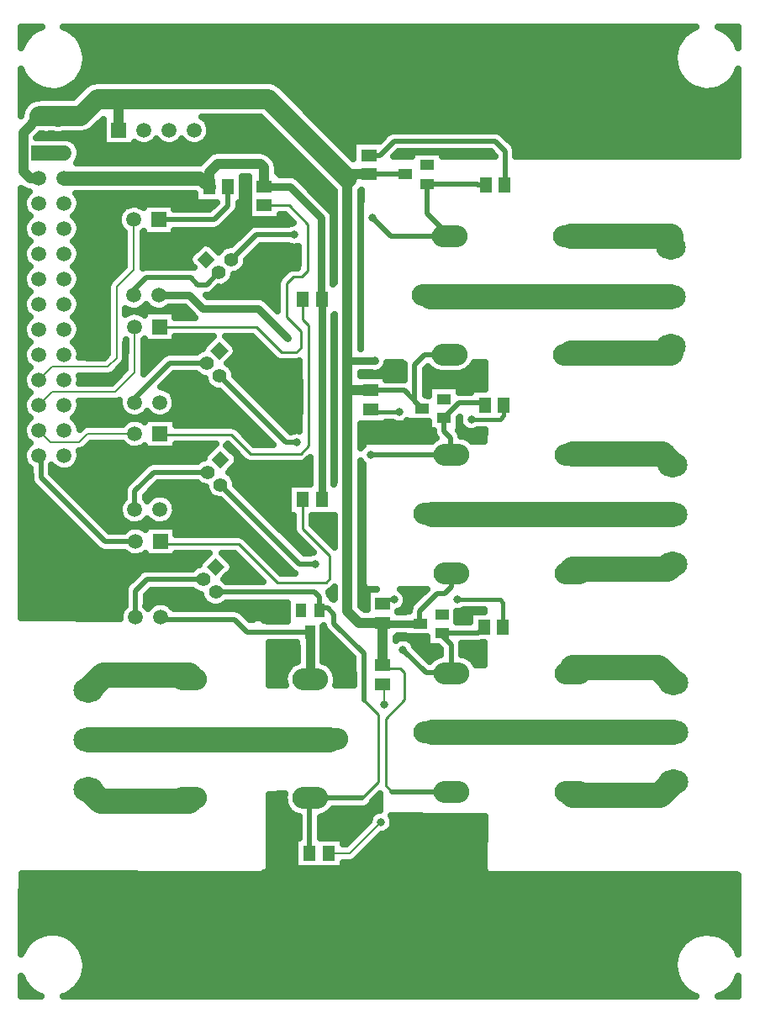
<source format=gbr>
G04 DipTrace 2.4.0.2*
%INTop.gbr*%
%MOMM*%
%ADD10C,0.254*%
%ADD14C,0.203*%
%ADD15C,0.508*%
%ADD16C,1.016*%
%ADD17C,2.032*%
%ADD18C,0.889*%
%ADD19C,0.762*%
%ADD20C,1.524*%
%ADD21C,1.397*%
%ADD23C,1.3*%
%ADD24C,0.381*%
%ADD25C,2.54*%
%ADD26C,0.4*%
%ADD28C,0.635*%
%ADD30O,3.0X2.3*%
%ADD31O,3.6X2.2*%
%ADD32R,1.3X1.5*%
%ADD33R,1.5X1.5*%
%ADD34C,1.5*%
%ADD35R,1.5X1.3*%
%ADD36C,1.5*%
%ADD37R,1.4X1.0*%
%ADD38R,1.0X1.4*%
%ADD39C,0.8*%
%FSLAX53Y53*%
G04*
G71*
G90*
G75*
G01*
%LNTop*%
%LPD*%
X12027Y78940D2*
D14*
Y73893D1*
X10307Y72173D1*
Y65030D1*
X9417Y64140D1*
X3847D1*
X2503Y62797D1*
X12130Y68163D2*
Y63537D1*
X10173Y61580D1*
X3827D1*
X2503Y60257D1*
X12147Y57377D2*
X7387D1*
X6570Y56560D1*
X3660D1*
X2503Y57717D1*
X12210Y46540D2*
D15*
X9113D1*
X2707Y52947D1*
Y54973D1*
X2503Y55177D1*
X41580Y82563D2*
Y79571D1*
X43849Y77302D1*
X47470Y82423D2*
X46703D1*
X46617Y82510D1*
X41527D1*
X41580Y82563D1*
X43849Y77302D2*
X37898D1*
X36087Y79113D1*
X28200Y77410D2*
X24370D1*
X21883Y74923D1*
X2503Y83117D2*
D16*
X1600D1*
X900Y83817D1*
Y87727D1*
X2587Y89413D1*
D17*
X3210D1*
X4457D1*
X5587D1*
X6723D1*
X8433Y91123D1*
X10520D1*
X25540D1*
X33570Y83093D1*
D16*
Y83513D1*
X35713D1*
X5587Y89337D2*
D15*
Y89413D1*
X4433Y89343D2*
D17*
X4457Y89413D1*
X3210Y89357D2*
Y89413D1*
X35877Y61750D2*
D16*
X33570D1*
Y64720D1*
Y83093D1*
X37107Y38353D2*
X34747D1*
X33570Y39530D1*
Y61750D1*
X37123Y34093D2*
Y35430D1*
X37107Y35447D1*
Y38353D1*
X29797Y37437D2*
D18*
Y32657D1*
X29825Y32629D1*
X40863Y38253D2*
D19*
X37207D1*
X37107Y38353D1*
X35713Y83513D2*
D15*
X39380D1*
X35877Y61750D2*
X39267D1*
X41080Y59937D1*
X43849Y65364D2*
X41361D1*
X40347Y64350D1*
Y60670D1*
X41080Y59937D1*
X44059Y43351D2*
Y41969D1*
X43385Y41295D1*
X42608D1*
X40847Y39533D1*
Y38270D1*
X40863Y38253D1*
X44052Y21331D2*
X38066D1*
D10*
X37413Y21983D1*
Y28713D1*
X39327Y30627D1*
Y33360D1*
X38900Y33787D1*
X37430D1*
X37123Y34093D1*
X29797Y37437D2*
D15*
X23490D1*
X22223Y38703D1*
X14967D1*
X14750Y38920D1*
X5587Y89337D2*
X4440D1*
X4433Y89343D1*
X14567Y71320D2*
D19*
X17657D1*
X18963Y70013D1*
X24573D1*
X27513Y67073D1*
X36340Y64720D2*
X33570D1*
X10520Y87973D2*
D16*
Y91123D1*
X2503Y85657D2*
D20*
X5043D1*
X21523Y82240D2*
D15*
Y80343D1*
X20120Y78940D1*
X14567D1*
X47427Y60290D2*
Y60517D1*
X44810D1*
X43280Y58987D1*
Y57677D1*
X43957Y57000D1*
Y55391D1*
X44059Y55289D1*
X35894D1*
X28447Y56500D2*
X27393D1*
X20670Y63223D1*
X12027Y71320D2*
Y71843D1*
X13303Y73120D1*
X17767D1*
X18483Y72403D1*
X19363D1*
X20613Y73653D1*
X5043Y83117D2*
D21*
X18593D1*
D23*
X18670Y83194D1*
X19623Y82240D1*
D16*
Y83717D1*
X20497Y84590D1*
X24783D1*
X25180Y84193D1*
Y82300D1*
X25190Y82290D1*
D19*
X27773D1*
X30950Y79113D1*
Y70950D1*
X30963Y70937D1*
Y50777D1*
X30980Y50760D1*
X43063Y37303D2*
D15*
X42843D1*
X43997Y36150D1*
Y33324D1*
X44052Y33269D1*
X47310Y37910D2*
X47277D1*
X46703Y37337D1*
X43097D1*
X43063Y37303D1*
X44052Y33269D2*
Y33327D1*
X41470D1*
X39153Y35643D1*
X30330Y44273D2*
X28753D1*
X20785Y52242D1*
X29757Y15143D2*
Y20623D1*
X29825Y20691D1*
X35068D1*
D10*
X36693Y22317D1*
Y29083D1*
X35223Y30553D1*
D15*
Y35263D1*
X32197Y38290D1*
Y39220D1*
X31567Y39850D1*
X30960D1*
X30747Y39637D1*
X20290Y41450D2*
X30227D1*
X30730Y40947D1*
Y39653D1*
X30747Y39637D1*
X49327Y60290D2*
D24*
Y59207D1*
X48933Y58813D1*
X46053D1*
X38750Y59570D2*
X36157D1*
X35877Y59850D1*
X25190Y80390D2*
D10*
X27657D1*
X29553Y78493D1*
Y73787D1*
X28943Y73177D1*
X28087D1*
X27433Y72523D1*
Y69147D1*
X28877Y67703D1*
Y66063D1*
X28380Y65567D1*
X26960D1*
X24363Y68163D1*
X14670D1*
X66340Y49273D2*
D25*
X42074D1*
D26*
X42027Y49320D1*
X35713Y85413D2*
D15*
X36863D1*
X38303Y86853D1*
X48410D1*
X49443Y85820D1*
Y82350D1*
X49370Y82423D1*
X66153Y71217D2*
D25*
X41933D1*
D26*
X41817Y71333D1*
X56251Y55289D2*
Y55363D1*
D25*
X65250D1*
X66340Y54273D1*
X56251Y43351D2*
D26*
Y43723D1*
D25*
X65791D1*
X66340Y44273D1*
X56041Y77302D2*
X66153D1*
Y76217D1*
X12130Y60543D2*
D15*
Y60983D1*
X15663Y64517D1*
X19377D1*
X19400Y64493D1*
X49210Y37910D2*
D24*
Y40407D1*
X48947Y40670D1*
X44643D1*
X38270D2*
X37650D1*
X37170Y40190D1*
X37107Y40253D1*
X29063Y70937D2*
D10*
Y68930D1*
X29683Y68310D1*
Y56227D1*
X28843Y55387D1*
X23767D1*
X21880Y57273D1*
X14790D1*
X14687Y57377D1*
X56041Y65364D2*
D26*
Y65543D1*
D25*
X66153D1*
Y66217D1*
X66363Y27330D2*
X42050D1*
D26*
X42020Y27300D1*
X56244Y33269D2*
Y33867D1*
D25*
X64827D1*
X66363Y32330D1*
X56244Y21331D2*
D26*
Y21020D1*
D25*
X65053D1*
X66363Y22330D1*
X12147Y49757D2*
D15*
Y51603D1*
X14055Y53512D1*
X19515D1*
X31657Y15143D2*
D14*
X33813D1*
X36947Y18277D1*
X37297Y30147D2*
Y32020D1*
X37123Y32193D1*
X29080Y50760D2*
D10*
Y47833D1*
X31797Y45117D1*
Y42807D1*
X31380Y42390D1*
X26493D1*
X22597Y46287D1*
X15003D1*
X14750Y46540D1*
X7496Y26604D2*
D25*
X31801D1*
D26*
X31857Y26660D1*
X17633Y20691D2*
Y20373D1*
D25*
X8727D1*
X7496Y21604D1*
X17633Y32629D2*
D26*
Y33110D1*
D25*
X9002D1*
X7496Y31604D1*
X12210Y38920D2*
D15*
Y41550D1*
X13380Y42720D1*
X19020D1*
D39*
X36087Y79113D3*
X28200Y77410D3*
X5587Y89337D3*
D3*
X27513Y67073D3*
X36340Y64720D3*
X35894Y55289D3*
X28447Y56500D3*
X39153Y35643D3*
X30330Y44273D3*
X46053Y58813D3*
X38750Y59570D3*
X44643Y40670D3*
X38270D3*
X36947Y18277D3*
X37297Y30147D3*
X4433Y89343D3*
X3210Y89357D3*
X787Y97704D2*
D28*
X1618D1*
X6101D2*
X67559D1*
X72051D2*
X72877D1*
X787Y97073D2*
X1052D1*
X6666D2*
X66993D1*
X72607D2*
X72881D1*
X7003Y96441D2*
X66656D1*
X7192Y95809D2*
X66477D1*
X7242Y95178D2*
X66418D1*
X7182Y94546D2*
X66487D1*
X6984Y93914D2*
X66676D1*
X787Y93283D2*
X1082D1*
X6636D2*
X67033D1*
X72577D2*
X72872D1*
X787Y92651D2*
X1667D1*
X6051D2*
X7392D1*
X26589D2*
X67608D1*
X71992D2*
X72877D1*
X787Y92019D2*
X2838D1*
X4880D2*
X6698D1*
X27274D2*
X68789D1*
X70821D2*
X72877D1*
X787Y91388D2*
X6063D1*
X27909D2*
X72877D1*
X787Y90756D2*
X1300D1*
X28534D2*
X72877D1*
X29169Y90124D2*
X72877D1*
X29804Y89493D2*
X72877D1*
X19475Y88861D2*
X25172D1*
X30429D2*
X72877D1*
X8174Y88229D2*
X8910D1*
X19733D2*
X25807D1*
X31064D2*
X72877D1*
X6815Y87598D2*
X8910D1*
X19703D2*
X26432D1*
X31699D2*
X37495D1*
X49221D2*
X72877D1*
X5962Y86966D2*
X8910D1*
X19386D2*
X27067D1*
X32324D2*
X36860D1*
X49846D2*
X72877D1*
X6517Y86334D2*
X27702D1*
X32959D2*
X34102D1*
X50422D2*
X72877D1*
X6666Y85703D2*
X19745D1*
X25538D2*
X28328D1*
X33594D2*
X34102D1*
X38704D2*
X40016D1*
X43139D2*
X48003D1*
X50560D2*
X72877D1*
X6557Y85071D2*
X19061D1*
X26212D2*
X28963D1*
X26530Y84439D2*
X29588D1*
X26550Y83808D2*
X30223D1*
X23037Y83176D2*
X23575D1*
X28613D2*
X30858D1*
X23037Y82544D2*
X23575D1*
X29248D2*
X31483D1*
X787Y81913D2*
X1023D1*
X23037D2*
X23575D1*
X29883D2*
X32118D1*
X787Y81281D2*
X1062D1*
X6488D2*
X18108D1*
X23037D2*
X23575D1*
X30518D2*
X32197D1*
X6656Y80649D2*
X20271D1*
X22640D2*
X23575D1*
X31143D2*
X32197D1*
X787Y80018D2*
X993D1*
X6557D2*
X10845D1*
X16181D2*
X19646D1*
X22591D2*
X23575D1*
X31778D2*
X32197D1*
X787Y79386D2*
X1449D1*
X6101D2*
X10478D1*
X22124D2*
X23575D1*
X26808D2*
X27286D1*
X787Y78754D2*
X1062D1*
X6478D2*
X10428D1*
X21489D2*
X27921D1*
X6656Y78123D2*
X10647D1*
X20844D2*
X23525D1*
X787Y77491D2*
X993D1*
X6557D2*
X11063D1*
X16181D2*
X22900D1*
X787Y76859D2*
X1429D1*
X6110D2*
X11063D1*
X12996D2*
X22265D1*
X787Y76228D2*
X1072D1*
X6478D2*
X11063D1*
X12996D2*
X18555D1*
X20130D2*
X21085D1*
X24744D2*
X27931D1*
X6656Y75596D2*
X11063D1*
X12996D2*
X17920D1*
X24109D2*
X28566D1*
X787Y74964D2*
X983D1*
X6567D2*
X11063D1*
X12996D2*
X17582D1*
X23474D2*
X28566D1*
X787Y74333D2*
X1419D1*
X6130D2*
X11063D1*
X12996D2*
X17840D1*
X23325D2*
X28566D1*
X787Y73701D2*
X1082D1*
X6468D2*
X10498D1*
X22819D2*
X27236D1*
X6656Y73069D2*
X9863D1*
X22055D2*
X26621D1*
X787Y72438D2*
X983D1*
X6567D2*
X9377D1*
X21559D2*
X26442D1*
X787Y71806D2*
X1400D1*
X6140D2*
X9337D1*
X20319D2*
X26442D1*
X787Y71174D2*
X1092D1*
X6458D2*
X9337D1*
X24853D2*
X26442D1*
X6656Y70543D2*
X9337D1*
X25776D2*
X26442D1*
X6567Y69911D2*
X9337D1*
X12738D2*
X13861D1*
X15278D2*
X17334D1*
X787Y69279D2*
X1390D1*
X6160D2*
X9337D1*
X16280D2*
X17959D1*
X787Y68648D2*
X1092D1*
X6448D2*
X9337D1*
X6646Y68016D2*
X9337D1*
X6577Y67384D2*
X9337D1*
X787Y66753D2*
X1370D1*
X6170D2*
X9337D1*
X16280D2*
X19567D1*
X21777D2*
X24398D1*
X787Y66121D2*
X1102D1*
X6448D2*
X9337D1*
X13095D2*
X18991D1*
X22353D2*
X25033D1*
X6646Y65489D2*
X9337D1*
X13095D2*
X15191D1*
X22382D2*
X25659D1*
X13095Y64858D2*
X14447D1*
X21857D2*
X26303D1*
X787Y64226D2*
X1360D1*
X10843D2*
X11163D1*
X13095D2*
X13822D1*
X21847D2*
X28695D1*
X37493D2*
X39232D1*
X46135D2*
X47358D1*
X787Y63594D2*
X1112D1*
X10208D2*
X10845D1*
X22184D2*
X28695D1*
X36819D2*
X39232D1*
X41462D2*
X42397D1*
X45302D2*
X47348D1*
X6646Y62963D2*
X10220D1*
X15665D2*
X19130D1*
X22482D2*
X28695D1*
X37493D2*
X39232D1*
X41462D2*
X47348D1*
X15030Y62331D2*
X19398D1*
X23117D2*
X28695D1*
X41462D2*
X47348D1*
X787Y61699D2*
X1350D1*
X15764D2*
X20638D1*
X23752D2*
X28695D1*
X41462D2*
X41720D1*
X44845D2*
X45909D1*
X787Y61068D2*
X1122D1*
X16191D2*
X21273D1*
X24377D2*
X28695D1*
X6646Y60436D2*
X10518D1*
X16280D2*
X21908D1*
X25012D2*
X28695D1*
X6587Y59804D2*
X10706D1*
X16092D2*
X22533D1*
X25647D2*
X28695D1*
X787Y59173D2*
X1330D1*
X6210D2*
X11341D1*
X12917D2*
X13881D1*
X15457D2*
X23168D1*
X26272D2*
X28695D1*
X787Y58541D2*
X1132D1*
X6418D2*
X11063D1*
X16300D2*
X23803D1*
X26907D2*
X28695D1*
X37493D2*
X38071D1*
X39428D2*
X41712D1*
X22620Y57909D2*
X24428D1*
X27542D2*
X28695D1*
X34943D2*
X41712D1*
X44845D2*
X45205D1*
X23246Y57278D2*
X25063D1*
X34943D2*
X42238D1*
X45034D2*
X47318D1*
X787Y56646D2*
X1320D1*
X23881D2*
X25698D1*
X34943D2*
X35521D1*
X787Y56014D2*
X1132D1*
X7361D2*
X11341D1*
X16300D2*
X19924D1*
X6646Y55383D2*
X19289D1*
X6597Y54751D2*
X18604D1*
X22551D2*
X23029D1*
X787Y54119D2*
X1310D1*
X6239D2*
X13107D1*
X22214D2*
X29717D1*
X787Y53488D2*
X1588D1*
X3828D2*
X12472D1*
X21688D2*
X29717D1*
X787Y52856D2*
X1598D1*
X4354D2*
X11847D1*
X22214D2*
X29717D1*
X787Y52224D2*
X1876D1*
X4979D2*
X11232D1*
X14326D2*
X18683D1*
X22353D2*
X27564D1*
X787Y51593D2*
X2511D1*
X5614D2*
X11034D1*
X13691D2*
X19368D1*
X22988D2*
X27564D1*
X787Y50961D2*
X3136D1*
X6249D2*
X11034D1*
X13264D2*
X13653D1*
X15725D2*
X19944D1*
X23623D2*
X27564D1*
X787Y50329D2*
X3771D1*
X6874D2*
X10647D1*
X16191D2*
X21144D1*
X24248D2*
X27564D1*
X787Y49698D2*
X4406D1*
X7509D2*
X10538D1*
X16300D2*
X21779D1*
X24883D2*
X27564D1*
X787Y49066D2*
X5031D1*
X8144D2*
X10696D1*
X16142D2*
X22404D1*
X25518D2*
X28089D1*
X30072D2*
X32197D1*
X787Y48434D2*
X5666D1*
X8770D2*
X11272D1*
X13016D2*
X13812D1*
X15556D2*
X23039D1*
X26143D2*
X28089D1*
X30072D2*
X32197D1*
X787Y47803D2*
X6301D1*
X9405D2*
X11252D1*
X16360D2*
X23674D1*
X26778D2*
X28089D1*
X30489D2*
X32197D1*
X787Y47171D2*
X6926D1*
X22938D2*
X24299D1*
X27413D2*
X28367D1*
X31114D2*
X32197D1*
X787Y46539D2*
X7561D1*
X23722D2*
X24934D1*
X28038D2*
X29002D1*
X31749D2*
X32197D1*
X787Y45908D2*
X8196D1*
X24347D2*
X25569D1*
X28673D2*
X29627D1*
X787Y45276D2*
X11252D1*
X16360D2*
X19477D1*
X21102D2*
X22236D1*
X24982D2*
X26194D1*
X787Y44644D2*
X18852D1*
X21728D2*
X22861D1*
X25617D2*
X26829D1*
X787Y44013D2*
X18197D1*
X22055D2*
X23496D1*
X26242D2*
X27464D1*
X787Y43381D2*
X12492D1*
X21777D2*
X24131D1*
X26877D2*
X28129D1*
X787Y42749D2*
X11857D1*
X21142D2*
X24756D1*
X787Y42118D2*
X11262D1*
X787Y41486D2*
X11093D1*
X13701D2*
X18108D1*
X31699D2*
X32197D1*
X34943D2*
X35491D1*
X39210D2*
X41246D1*
X787Y40854D2*
X11093D1*
X13324D2*
X18852D1*
X34943D2*
X35491D1*
X39517D2*
X40611D1*
X787Y40223D2*
X11093D1*
X13324D2*
X13852D1*
X15655D2*
X19368D1*
X21212D2*
X27484D1*
X34943D2*
X35491D1*
X39448D2*
X39986D1*
X787Y39591D2*
X10746D1*
X22859D2*
X27484D1*
X38863D2*
X39728D1*
X45232D2*
X47308D1*
X787Y38959D2*
X10597D1*
X23523D2*
X27484D1*
X44627D2*
X45800D1*
X31163Y37064D2*
X31870D1*
X38724D2*
X39301D1*
X31163Y36433D2*
X32505D1*
X40123D2*
X41504D1*
X25746Y35801D2*
X28486D1*
X31104D2*
X33130D1*
X40549D2*
X42794D1*
X45113D2*
X47308D1*
X25736Y35169D2*
X28486D1*
X31104D2*
X33765D1*
X41184D2*
X42883D1*
X45113D2*
X47308D1*
X25736Y34538D2*
X28486D1*
X31104D2*
X34102D1*
X46225D2*
X47308D1*
X25726Y33906D2*
X27653D1*
X31997D2*
X34102D1*
X25716Y33274D2*
X27276D1*
X32374D2*
X34102D1*
X25716Y32643D2*
X27157D1*
X32493D2*
X34102D1*
X25756Y20641D2*
X27167D1*
X36392D2*
X36809D1*
X25746Y20009D2*
X27286D1*
X35936D2*
X36811D1*
X25746Y19378D2*
X27693D1*
X31957D2*
X36404D1*
X25736Y18746D2*
X28635D1*
X30875D2*
X35779D1*
X38118D2*
X47358D1*
X25736Y18114D2*
X28635D1*
X30875D2*
X35442D1*
X38198D2*
X47348D1*
X25726Y17483D2*
X28635D1*
X30875D2*
X34816D1*
X37910D2*
X47348D1*
X25726Y16851D2*
X28635D1*
X30875D2*
X34181D1*
X36858D2*
X47338D1*
X25726Y16219D2*
X28248D1*
X33167D2*
X33546D1*
X36223D2*
X47328D1*
X25716Y15588D2*
X28248D1*
X35598D2*
X47328D1*
X25716Y14956D2*
X28248D1*
X34963D2*
X47318D1*
X25706Y14324D2*
X28248D1*
X34249D2*
X47318D1*
X25706Y13693D2*
X28248D1*
X33167D2*
X47308D1*
X787Y13061D2*
X8404D1*
X25051D2*
X47765D1*
X787Y12429D2*
X72877D1*
X787Y11798D2*
X72877D1*
X787Y11166D2*
X72877D1*
X787Y10534D2*
X72877D1*
X787Y9903D2*
X72877D1*
X787Y9271D2*
X72877D1*
X787Y8639D2*
X72877D1*
X787Y8008D2*
X72877D1*
X787Y7376D2*
X72877D1*
X787Y6744D2*
X2154D1*
X5565D2*
X68104D1*
X71506D2*
X72877D1*
X787Y6113D2*
X1360D1*
X6359D2*
X67301D1*
X72299D2*
X72877D1*
X6815Y5481D2*
X66844D1*
X7093Y4849D2*
X66566D1*
X7222Y4218D2*
X66437D1*
X7232Y3586D2*
X66428D1*
X7113Y2954D2*
X66547D1*
X6865Y2323D2*
X66795D1*
X787Y1691D2*
X1281D1*
X6438D2*
X67221D1*
X72379D2*
X72877D1*
X787Y1059D2*
X2005D1*
X5704D2*
X67956D1*
X71654D2*
X72877D1*
X72940Y94120D2*
X72752Y93673D1*
X72408Y93140D1*
X71969Y92683D1*
X71451Y92317D1*
X70873Y92056D1*
X70256Y91910D1*
X69622Y91884D1*
X68995Y91979D1*
X68398Y92192D1*
X67852Y92513D1*
X67377Y92933D1*
X66990Y93436D1*
X66706Y94003D1*
X66535Y94613D1*
X66483Y95245D1*
X66552Y95875D1*
X66739Y96481D1*
X67039Y97040D1*
X67439Y97532D1*
X67925Y97939D1*
X68480Y98246D1*
X68711Y98334D1*
X4941Y98336D1*
X5306Y98190D1*
X5847Y97860D1*
X6317Y97434D1*
X6697Y96926D1*
X6973Y96356D1*
X7136Y95743D1*
X7181Y95200D1*
X7120Y94569D1*
X6941Y93961D1*
X6649Y93398D1*
X6256Y92901D1*
X5775Y92487D1*
X5224Y92173D1*
X4624Y91968D1*
X3996Y91882D1*
X3363Y91917D1*
X2748Y92071D1*
X2173Y92339D1*
X1660Y92712D1*
X1228Y93175D1*
X891Y93712D1*
X722Y94125D1*
X724Y89396D1*
X882Y90040D1*
X1017Y90327D1*
X1200Y90586D1*
X1425Y90809D1*
X1686Y90990D1*
X1974Y91123D1*
X2280Y91203D1*
X2904Y91229D1*
X5974D1*
X7149Y92408D1*
X7392Y92611D1*
X7667Y92770D1*
X7965Y92878D1*
X8433Y92939D1*
X25540D1*
X25856Y92912D1*
X26162Y92830D1*
X26449Y92695D1*
X26824Y92408D1*
X34170Y85062D1*
X34163Y86863D1*
X36832D1*
X37558Y87599D1*
X37813Y87786D1*
X38167Y87899D1*
X39573Y87907D1*
X48410D1*
X48723Y87860D1*
X49053Y87689D1*
X50189Y86565D1*
X50376Y86311D1*
X50489Y85956D1*
X50497Y85294D1*
X52317Y85306D1*
X72944Y85335D1*
X72936Y87401D1*
Y94099D1*
X70891Y98335D2*
X71249Y98190D1*
X71791Y97861D1*
X72260Y97434D1*
X72640Y96927D1*
X72917Y96356D1*
X72938Y96290D1*
X72936Y98336D1*
X70902D1*
X72939Y2777D2*
X72752Y2329D1*
X72407Y1797D1*
X71968Y1339D1*
X71450Y974D1*
X70900Y724D1*
X72936D1*
Y2758D1*
X68701Y725D2*
X68398Y848D1*
X67851Y1170D1*
X67376Y1590D1*
X66990Y2093D1*
X66706Y2659D1*
X66534Y3270D1*
X66482Y3902D1*
X66552Y4532D1*
X66739Y5138D1*
X67038Y5697D1*
X67438Y6189D1*
X67925Y6596D1*
X68479Y6903D1*
X69082Y7099D1*
X69711Y7177D1*
X70344Y7133D1*
X70957Y6971D1*
X71528Y6695D1*
X72036Y6315D1*
X72462Y5846D1*
X72792Y5305D1*
X72937Y4947D1*
X72936Y12977D1*
X72772Y13054D1*
X47917D1*
X47617Y13144D1*
X47414Y13393D1*
X47371Y13605D1*
X47419Y18873D1*
X44471Y18901D1*
X37913Y18978D1*
X38021Y18812D1*
X38123Y18513D1*
X38147Y18277D1*
X38105Y17963D1*
X37983Y17671D1*
X37788Y17421D1*
X37535Y17231D1*
X37241Y17113D1*
X37035Y17089D1*
X34451Y14506D1*
X34192Y14325D1*
X33813Y14242D1*
X33109D1*
X33107Y13593D1*
X30207Y13603D1*
X29937Y13593D1*
X28307D1*
Y16693D1*
X28694D1*
X28703Y17683D1*
Y18844D1*
X28325Y18967D1*
X28050Y19124D1*
X27804Y19325D1*
X27595Y19564D1*
X27429Y19834D1*
X27310Y20128D1*
X27242Y20437D1*
X27226Y20754D1*
X27282Y21136D1*
X25692Y21106D1*
X25639Y13723D1*
X25547Y13423D1*
X25297Y13223D1*
X25150Y13178D1*
X24879Y13022D1*
X24434Y13008D1*
X731Y13086D1*
X724Y10071D1*
Y4961D1*
X929Y5425D1*
X1280Y5953D1*
X1725Y6404D1*
X2248Y6763D1*
X2830Y7015D1*
X3449Y7153D1*
X4082Y7170D1*
X4708Y7067D1*
X5303Y6847D1*
X5844Y6518D1*
X6314Y6091D1*
X6694Y5584D1*
X6970Y5013D1*
X7133Y4400D1*
X7178Y3857D1*
X7117Y3226D1*
X6938Y2618D1*
X6646Y2055D1*
X6253Y1558D1*
X5772Y1144D1*
X5221Y830D1*
X4954Y724D1*
X68699D1*
X2754Y725D2*
X2451Y849D1*
X1905Y1170D1*
X1430Y1590D1*
X1043Y2093D1*
X759Y2660D1*
X725Y2763D1*
X724Y724D1*
X2758D1*
X725Y96285D2*
X932Y96767D1*
X1283Y97295D1*
X1728Y97747D1*
X2251Y98105D1*
X2768Y98333D1*
X724Y98336D1*
Y96282D1*
X43147Y63471D2*
X42959Y63474D1*
X42647Y63532D1*
X42349Y63641D1*
X42074Y63798D1*
X41828Y63998D1*
X41657Y64170D1*
X41398Y63910D1*
X41401Y61244D1*
X41773Y61237D1*
X41780Y62187D1*
X44780D1*
Y61562D1*
X45762Y61571D1*
X45971D1*
X45977Y61840D1*
X47395D1*
X47419Y64371D1*
X47421Y64600D1*
X46293Y64597D1*
X46040Y64187D1*
X45823Y63955D1*
X45571Y63763D1*
X45291Y63615D1*
X44989Y63516D1*
X44547Y63471D1*
X43149Y63464D1*
Y63474D1*
X42055Y56663D2*
X42390Y56924D1*
X42488Y56971D1*
X42347Y57186D1*
X42235Y57540D1*
X42226Y57687D1*
X41780D1*
Y58629D1*
X39580Y58637D1*
Y58706D1*
X39339Y58524D1*
X39045Y58407D1*
X38730Y58370D1*
X38417Y58417D1*
X38089Y58575D1*
X37430Y58579D1*
X37427Y58400D1*
X34877D1*
X34879Y55929D1*
X35082Y56172D1*
X35171Y56235D1*
X35244Y56413D1*
X35493Y56616D1*
X35700Y56659D1*
X42040D1*
X45002Y57173D2*
X45321Y57104D1*
X45615Y56985D1*
X45885Y56819D1*
X46072Y56656D1*
X47378Y56659D1*
X47381Y57813D1*
X46721Y57823D1*
X46642Y57767D1*
X46348Y57650D1*
X46033Y57613D1*
X45720Y57660D1*
X45430Y57788D1*
X45184Y57986D1*
X44998Y58242D1*
X44885Y58538D1*
X44854Y58853D1*
X44882Y59098D1*
X44777Y58993D1*
X44780Y57687D1*
X44750D1*
X44890Y57491D1*
X44993Y57182D1*
X44917Y57431D1*
X41861Y34439D2*
X42125Y34720D1*
X42383Y34904D1*
X42669Y35042D1*
X42945Y35123D1*
X42943Y35716D1*
X42655Y36001D1*
X41563Y36003D1*
Y36946D1*
X39363Y36953D1*
Y37082D1*
X38651Y37072D1*
X38657Y36903D1*
X38409D1*
X38415Y36597D1*
X38600Y36708D1*
X38897Y36816D1*
X39213Y36842D1*
X39524Y36785D1*
X39810Y36648D1*
X40050Y36441D1*
X40227Y36179D1*
X40288Y36001D1*
X41856Y34431D1*
X45053Y35142D2*
X45314Y35084D1*
X45608Y34965D1*
X45879Y34799D1*
X46117Y34590D1*
X46318Y34345D1*
X46451Y34112D1*
X47375Y34094D1*
X47371Y36368D1*
X47103Y36360D1*
X46840Y36291D1*
X45433Y36283D1*
X45046D1*
X45051Y35148D1*
X27314Y32057D2*
X27242Y32375D1*
X27226Y32692D1*
X27263Y33007D1*
X27351Y33312D1*
X27490Y33597D1*
X27673Y33855D1*
X27898Y34080D1*
X28156Y34264D1*
X28546Y34433D1*
X28552Y35941D1*
X28497Y35937D1*
Y36383D1*
X25679D1*
X25657Y33312D1*
X25645Y32072D1*
X27306Y32063D1*
X32398Y32313D2*
X32332Y32054D1*
X34172Y32063D1*
X34169Y34830D1*
X31451Y37545D1*
X31264Y37799D1*
X31160Y38108D1*
X31097Y37984D1*
Y35937D1*
X31047D1*
X31041Y34450D1*
X31381Y34325D1*
X31651Y34159D1*
X31890Y33950D1*
X32091Y33705D1*
X32248Y33429D1*
X32357Y33132D1*
X32415Y32820D1*
X32425Y32629D1*
X32398Y32313D1*
X32098Y19637D2*
X32016Y19513D1*
X31799Y19282D1*
X31547Y19089D1*
X31267Y18942D1*
X30965Y18843D1*
X30818Y18820D1*
X30811Y16813D1*
Y16684D1*
X31477Y16693D1*
X33107D1*
Y16049D1*
X33433Y16045D1*
X35751Y18356D1*
X35799Y18629D1*
X35931Y18916D1*
X36134Y19160D1*
X36393Y19341D1*
X36691Y19449D1*
X36878Y19465D1*
X36874Y21187D1*
X36079Y20391D1*
X35973Y20151D1*
X35772Y19907D1*
X35508Y19733D1*
X35204Y19646D1*
X33798Y19637D1*
X32101D1*
X46177Y39460D2*
X47378D1*
X47359Y39679D1*
X45325D1*
X44938Y39507D1*
X44555Y39480D1*
X44563Y38390D1*
X45865Y38391D1*
X45860Y39460D1*
X46177D1*
X13334Y80490D2*
X16117D1*
Y79984D1*
X16789Y79994D1*
X19676D1*
X20378Y80689D1*
X18173Y80690D1*
Y81613D1*
X11290Y81618D1*
X6201D1*
X6366Y81384D1*
X6503Y81098D1*
X6579Y80791D1*
X6593Y80577D1*
X6561Y80261D1*
X6465Y79959D1*
X6310Y79683D1*
X6102Y79444D1*
X5935Y79304D1*
X6174Y79097D1*
X6366Y78844D1*
X6503Y78558D1*
X6579Y78251D1*
X6593Y78037D1*
X6561Y77721D1*
X6465Y77419D1*
X6310Y77143D1*
X6102Y76904D1*
X5935Y76764D1*
X6174Y76557D1*
X6366Y76304D1*
X6503Y76018D1*
X6579Y75711D1*
X6593Y75497D1*
X6561Y75181D1*
X6465Y74879D1*
X6310Y74603D1*
X6102Y74364D1*
X5935Y74224D1*
X6174Y74017D1*
X6366Y73764D1*
X6503Y73478D1*
X6579Y73171D1*
X6593Y72957D1*
X6561Y72641D1*
X6465Y72339D1*
X6310Y72063D1*
X6102Y71824D1*
X5935Y71684D1*
X6174Y71477D1*
X6366Y71224D1*
X6503Y70938D1*
X6579Y70631D1*
X6593Y70417D1*
X6561Y70101D1*
X6465Y69799D1*
X6310Y69523D1*
X6102Y69284D1*
X5935Y69144D1*
X6174Y68937D1*
X6366Y68684D1*
X6503Y68398D1*
X6579Y68091D1*
X6593Y67877D1*
X6561Y67561D1*
X6465Y67259D1*
X6310Y66983D1*
X6102Y66744D1*
X5935Y66604D1*
X6174Y66397D1*
X6366Y66144D1*
X6503Y65858D1*
X6579Y65551D1*
X6593Y65337D1*
X6564Y65051D1*
X7974Y65042D1*
X9036D1*
X9403Y65402D1*
X9405Y72173D1*
X9460Y72484D1*
X9669Y72811D1*
X11121Y74263D1*
X11125Y77674D1*
X10825Y77961D1*
X10651Y78226D1*
X10534Y78521D1*
X10480Y78833D1*
X10491Y79150D1*
X10566Y79458D1*
X10701Y79744D1*
X10893Y79997D1*
X11131Y80205D1*
X11407Y80361D1*
X11709Y80457D1*
X12024Y80490D1*
X12340Y80458D1*
X12642Y80363D1*
X12919Y80208D1*
X13016Y80123D1*
X13017Y80490D1*
X13334D1*
X16117Y77881D2*
Y77390D1*
X13017D1*
Y77757D1*
X12928Y77670D1*
Y74098D1*
X13167Y74165D1*
X14573Y74174D1*
X17767D1*
X18104Y74131D1*
X17878Y74358D1*
X17703Y74620D1*
X17643Y74930D1*
X17708Y75239D1*
X17878Y75489D1*
X18778Y76389D1*
X19040Y76564D1*
X19350Y76623D1*
X19659Y76559D1*
X19909Y76389D1*
X20586Y75709D1*
X20927Y76079D1*
X21191Y76254D1*
X21487Y76370D1*
X21888Y76417D1*
X23625Y78155D1*
X23879Y78343D1*
X24234Y78455D1*
X25640Y78464D1*
X27646Y78475D1*
X27944Y78583D1*
X28131Y78598D1*
X27277Y79458D1*
X26734Y79463D1*
X26740Y78940D1*
X23640D1*
X23650Y81840D1*
X23640Y82110D1*
Y83291D1*
X22968Y83282D1*
X22973Y80690D1*
X22586D1*
X22577Y80343D1*
X22530Y80031D1*
X22359Y79701D1*
X21371Y78700D1*
X20865Y78195D1*
X20611Y78007D1*
X20256Y77895D1*
X18850Y77886D1*
X16121D1*
X13298Y70435D2*
X13085Y70187D1*
X12832Y69996D1*
X12546Y69860D1*
X12238Y69784D1*
X11922Y69773D1*
X11609Y69827D1*
X11314Y69943D1*
X11207Y70014D1*
X11208Y69405D1*
X11511Y69584D1*
X11813Y69681D1*
X12128Y69713D1*
X12443Y69681D1*
X12745Y69586D1*
X13022Y69431D1*
X13119Y69347D1*
X13120Y69713D1*
X16220D1*
Y69088D1*
X18232Y69090D1*
X17679Y69627D1*
X17167Y70139D1*
X15563D1*
X15372Y69996D1*
X15086Y69860D1*
X14778Y69784D1*
X14462Y69773D1*
X14149Y69827D1*
X13854Y69943D1*
X13589Y70117D1*
X13365Y70341D1*
X13305Y70432D1*
X16220Y67243D2*
Y66613D1*
X13120D1*
Y66980D1*
X13032Y66893D1*
X13024Y63429D1*
X13181Y63525D1*
X14918Y65262D1*
X15173Y65450D1*
X15527Y65562D1*
X16933Y65571D1*
X18352D1*
X18708Y65824D1*
X18994Y65936D1*
X19035Y66079D1*
X19204Y66329D1*
X20112Y67235D1*
X16217Y67236D1*
X13401Y59658D2*
X13188Y59411D1*
X12936Y59219D1*
X12650Y59083D1*
X12342Y59008D1*
X12025Y58997D1*
X11713Y59050D1*
X11418Y59167D1*
X11153Y59340D1*
X10928Y59564D1*
X10754Y59829D1*
X10638Y60124D1*
X10584Y60436D1*
X10601Y60782D1*
X10237Y60682D1*
X6532Y60678D1*
X6579Y60471D1*
X6593Y60257D1*
X6561Y59941D1*
X6465Y59639D1*
X6310Y59363D1*
X6102Y59124D1*
X5935Y58984D1*
X6174Y58777D1*
X6366Y58524D1*
X6503Y58238D1*
X6585Y57844D1*
X6749Y58014D1*
X7008Y58195D1*
X7387Y58278D1*
X10889D1*
X11013Y58433D1*
X11251Y58642D1*
X11527Y58798D1*
X11829Y58894D1*
X12144Y58927D1*
X12460Y58895D1*
X12762Y58799D1*
X13039Y58644D1*
X13136Y58560D1*
X13137Y58927D1*
X16237D1*
Y58202D1*
X21880Y58200D1*
X22191Y58147D1*
X22495Y57967D1*
X24156Y56308D1*
X26098Y56314D1*
X23729Y58673D1*
X20678Y61725D1*
X20487Y61734D1*
X20178Y61806D1*
X19891Y61941D1*
X19639Y62133D1*
X19433Y62374D1*
X19283Y62653D1*
X19190Y63006D1*
X18908Y63076D1*
X18621Y63211D1*
X18324Y63456D1*
X16093Y63463D1*
X14732Y62095D1*
X14983Y62061D1*
X15285Y61966D1*
X15562Y61811D1*
X15801Y61603D1*
X15993Y61351D1*
X16130Y61065D1*
X16205Y60757D1*
X16220Y60543D1*
X16188Y60228D1*
X16092Y59926D1*
X15937Y59650D1*
X15728Y59411D1*
X15476Y59219D1*
X15190Y59083D1*
X14882Y59008D1*
X14565Y58997D1*
X14253Y59050D1*
X13958Y59167D1*
X13693Y59340D1*
X13468Y59564D1*
X13408Y59655D1*
X16237Y56337D2*
Y55827D1*
X13137D1*
Y56194D1*
X12952Y56052D1*
X12666Y55916D1*
X12358Y55841D1*
X12042Y55830D1*
X11729Y55884D1*
X11434Y56000D1*
X11169Y56174D1*
X10896Y56472D1*
X7751Y56475D1*
X7208Y55922D1*
X6949Y55742D1*
X6570Y55658D1*
X6520D1*
X6579Y55391D1*
X6593Y55177D1*
X6561Y54861D1*
X6465Y54559D1*
X6310Y54283D1*
X6102Y54044D1*
X5849Y53852D1*
X5563Y53716D1*
X5255Y53641D1*
X4938Y53630D1*
X4626Y53684D1*
X4331Y53800D1*
X4066Y53974D1*
X3842Y54198D1*
X3770Y54283D1*
X3761Y53376D1*
X8840Y48304D1*
X9549Y47595D1*
X11076Y47597D1*
X11315Y47805D1*
X11591Y47961D1*
X11893Y48057D1*
X12208Y48090D1*
X12523Y48058D1*
X12825Y47963D1*
X13102Y47808D1*
X13199Y47723D1*
X13200Y48090D1*
X16300D1*
Y47207D1*
X20718Y47214D1*
X22597D1*
X22908Y47160D1*
X23212Y46980D1*
X26879Y43315D1*
X28309Y43317D1*
X28111Y43438D1*
X27110Y44426D1*
X20789Y50747D1*
X20602Y50753D1*
X20293Y50825D1*
X20006Y50959D1*
X19754Y51152D1*
X19548Y51392D1*
X19398Y51671D1*
X19305Y52025D1*
X19023Y52095D1*
X18736Y52229D1*
X18452Y52459D1*
X14485Y52458D1*
X13194Y51160D1*
X13201Y50899D1*
X13416Y50635D1*
X13553Y50813D1*
X13791Y51022D1*
X14067Y51178D1*
X14369Y51274D1*
X14684Y51307D1*
X15000Y51275D1*
X15302Y51179D1*
X15579Y51024D1*
X15818Y50817D1*
X16010Y50564D1*
X16146Y50278D1*
X16222Y49971D1*
X16237Y49757D1*
X16204Y49441D1*
X16109Y49139D1*
X15953Y48863D1*
X15745Y48624D1*
X15492Y48432D1*
X15206Y48296D1*
X14898Y48221D1*
X14582Y48210D1*
X14269Y48264D1*
X13974Y48380D1*
X13709Y48554D1*
X13485Y48778D1*
X13413Y48863D1*
X13205Y48624D1*
X12952Y48432D1*
X12666Y48296D1*
X12358Y48221D1*
X12042Y48210D1*
X11729Y48264D1*
X11434Y48380D1*
X11169Y48554D1*
X10945Y48778D1*
X10771Y49042D1*
X10654Y49337D1*
X10600Y49649D1*
X10611Y49966D1*
X10686Y50274D1*
X10821Y50561D1*
X11013Y50813D1*
X11095Y50885D1*
X11093Y51603D1*
X11140Y51916D1*
X11311Y52246D1*
X12299Y53247D1*
X13310Y54257D1*
X13564Y54445D1*
X13919Y54557D1*
X15325Y54566D1*
X18450D1*
X18559Y54668D1*
X18823Y54843D1*
X19109Y54955D1*
X19150Y55097D1*
X19319Y55347D1*
X20237Y56262D1*
X20293Y56346D1*
X16234D1*
X16300Y45362D2*
Y44990D1*
X13200D1*
Y45357D1*
X13016Y45216D1*
X12730Y45080D1*
X12422Y45004D1*
X12105Y44993D1*
X11793Y45047D1*
X11498Y45163D1*
X11233Y45337D1*
X11085Y45484D1*
X9113Y45486D1*
X8801Y45533D1*
X8471Y45705D1*
X7470Y46693D1*
X1961Y52201D1*
X1774Y52456D1*
X1661Y52810D1*
X1653Y53889D1*
X1526Y53974D1*
X1302Y54198D1*
X1128Y54462D1*
X1011Y54757D1*
X957Y55069D1*
X967Y55386D1*
X1042Y55694D1*
X1178Y55981D1*
X1369Y56233D1*
X1617Y56447D1*
X1302Y56738D1*
X1128Y57002D1*
X1011Y57297D1*
X957Y57609D1*
X967Y57926D1*
X1042Y58234D1*
X1178Y58521D1*
X1369Y58773D1*
X1617Y58987D1*
X1302Y59278D1*
X1128Y59542D1*
X1011Y59837D1*
X957Y60149D1*
X967Y60466D1*
X1042Y60774D1*
X1178Y61061D1*
X1369Y61313D1*
X1617Y61527D1*
X1302Y61818D1*
X1128Y62082D1*
X1011Y62377D1*
X957Y62689D1*
X967Y63006D1*
X1042Y63314D1*
X1178Y63601D1*
X1369Y63853D1*
X1617Y64067D1*
X1302Y64358D1*
X1128Y64622D1*
X1011Y64917D1*
X957Y65229D1*
X967Y65546D1*
X1042Y65854D1*
X1178Y66141D1*
X1369Y66393D1*
X1617Y66607D1*
X1302Y66898D1*
X1128Y67162D1*
X1011Y67457D1*
X957Y67769D1*
X967Y68086D1*
X1042Y68394D1*
X1178Y68681D1*
X1369Y68933D1*
X1617Y69147D1*
X1302Y69438D1*
X1128Y69702D1*
X1011Y69997D1*
X957Y70309D1*
X967Y70626D1*
X1042Y70934D1*
X1178Y71221D1*
X1369Y71473D1*
X1617Y71687D1*
X1302Y71978D1*
X1128Y72242D1*
X1011Y72537D1*
X957Y72849D1*
X967Y73166D1*
X1042Y73474D1*
X1178Y73761D1*
X1369Y74013D1*
X1617Y74227D1*
X1302Y74518D1*
X1128Y74782D1*
X1011Y75077D1*
X957Y75389D1*
X967Y75706D1*
X1042Y76014D1*
X1178Y76301D1*
X1369Y76553D1*
X1617Y76767D1*
X1302Y77058D1*
X1128Y77322D1*
X1011Y77617D1*
X957Y77929D1*
X967Y78246D1*
X1042Y78554D1*
X1178Y78841D1*
X1369Y79093D1*
X1617Y79307D1*
X1302Y79598D1*
X1128Y79862D1*
X1011Y80157D1*
X957Y80469D1*
X967Y80786D1*
X1042Y81094D1*
X1178Y81381D1*
X1369Y81633D1*
X1571Y81809D1*
X1196Y81872D1*
X990Y81960D1*
X724Y82144D1*
Y38815D1*
X1767Y38818D1*
X10667Y38761D1*
X10674Y39130D1*
X10749Y39438D1*
X10885Y39724D1*
X11076Y39977D1*
X11158Y40048D1*
X11156Y41550D1*
X11203Y41863D1*
X11375Y42193D1*
X12363Y43193D1*
X12635Y43465D1*
X12889Y43653D1*
X13244Y43765D1*
X14650Y43774D1*
X17954D1*
X18064Y43876D1*
X18328Y44051D1*
X18614Y44163D1*
X18655Y44305D1*
X18824Y44556D1*
X19631Y45363D1*
X16296Y45360D1*
X13259Y40051D2*
X13479Y39799D1*
X13616Y39977D1*
X13855Y40185D1*
X14131Y40341D1*
X14433Y40437D1*
X14748Y40470D1*
X15063Y40438D1*
X15365Y40343D1*
X15642Y40188D1*
X15881Y39980D1*
X16055Y39751D1*
X20364Y39757D1*
X22223D1*
X22536Y39710D1*
X22866Y39539D1*
X23733Y38684D1*
X24061Y38676D1*
X24150Y38760D1*
X24440Y38885D1*
X24755D1*
X25044Y38759D1*
X25172Y38622D1*
X25265Y38613D1*
X25463Y38529D1*
X25713Y38491D1*
X27548D1*
X27547Y40389D1*
X24512Y40396D1*
X21366D1*
X21026Y40143D1*
X20735Y40017D1*
X20424Y39956D1*
X20107Y39961D1*
X19798Y40033D1*
X19511Y40168D1*
X19259Y40360D1*
X19053Y40601D1*
X18903Y40880D1*
X18810Y41233D1*
X18528Y41303D1*
X18241Y41438D1*
X17957Y41668D1*
X13811Y41666D1*
X13262Y41112D1*
X13264Y40052D1*
X23350Y74608D2*
X23251Y74307D1*
X23091Y74034D1*
X22877Y73800D1*
X22619Y73616D1*
X22328Y73491D1*
X22104Y73446D1*
X21981Y73037D1*
X21821Y72764D1*
X21607Y72530D1*
X21349Y72346D1*
X21058Y72221D1*
X20747Y72159D1*
X20618Y72161D1*
X20109Y71658D1*
X19854Y71470D1*
X19500Y71358D1*
X19294Y71349D1*
X19453Y71194D1*
X24573D1*
X24887Y71152D1*
X25178Y71028D1*
X25408Y70848D1*
X26510Y69747D1*
X26506Y72523D1*
X26560Y72835D1*
X26740Y73139D1*
X27431Y73832D1*
X27689Y74014D1*
X28032Y74102D1*
X28553Y74104D1*
X28626Y74422D1*
Y76297D1*
X28495Y76247D1*
X28180Y76210D1*
X27867Y76257D1*
X27641Y76356D1*
X24797D1*
X23382Y74932D1*
X23350Y74608D1*
X21447Y64502D2*
X21736Y64279D1*
X21934Y64031D1*
X22076Y63747D1*
X22154Y63440D1*
X22169Y63213D1*
X27835Y57549D1*
X28191Y57673D1*
X28506Y57699D1*
X28750Y57654D1*
X28756Y60989D1*
X28743Y64713D1*
X28380Y64640D1*
X26960D1*
X26649Y64693D1*
X26345Y64873D1*
X23982Y67233D1*
X21236Y67229D1*
X22136Y66329D1*
X22310Y66066D1*
X22370Y65757D1*
X22305Y65448D1*
X22136Y65198D1*
X21680Y64745D1*
X21562Y53520D2*
X21851Y53297D1*
X22049Y53049D1*
X22191Y52766D1*
X22269Y52459D1*
X22284Y52232D1*
X29185Y45333D1*
X29776Y45338D1*
X30143Y45452D1*
X28424Y47178D1*
X28242Y47436D1*
X28155Y47778D1*
X28153Y49212D1*
X27630Y49210D1*
Y52310D1*
X29783D1*
X29782Y55013D1*
X29499Y54731D1*
X29241Y54549D1*
X28898Y54461D1*
X23767Y54460D1*
X23455Y54513D1*
X23151Y54693D1*
X21490Y56352D1*
X21365Y56230D1*
X22251Y55347D1*
X22425Y55085D1*
X22485Y54775D1*
X22420Y54466D1*
X22251Y54216D1*
X21795Y53763D1*
X21067Y42728D2*
X21362Y42497D1*
X25062Y42504D1*
X22211Y45362D1*
X20960Y45360D1*
X21756Y44556D1*
X21930Y44293D1*
X21990Y43983D1*
X21925Y43675D1*
X21756Y43424D1*
X21300Y42972D1*
X26487Y83740D2*
X26740D1*
Y83472D1*
X27773Y83471D1*
X28087Y83429D1*
X28378Y83304D1*
X28608Y83125D1*
X31785Y79948D1*
X31977Y79697D1*
X32095Y79403D1*
X32131Y79113D1*
Y72495D1*
X32262Y72658D1*
Y81835D1*
X24786Y89309D1*
X18922Y89307D1*
X19271Y89033D1*
X19463Y88781D1*
X19600Y88495D1*
X19675Y88187D1*
X19690Y87973D1*
X19658Y87658D1*
X19562Y87356D1*
X19407Y87080D1*
X19198Y86841D1*
X18946Y86649D1*
X18660Y86513D1*
X18352Y86438D1*
X18035Y86427D1*
X17723Y86480D1*
X17428Y86597D1*
X17163Y86770D1*
X16938Y86994D1*
X16867Y87080D1*
X16658Y86841D1*
X16406Y86649D1*
X16120Y86513D1*
X15812Y86438D1*
X15495Y86427D1*
X15183Y86480D1*
X14888Y86597D1*
X14623Y86770D1*
X14398Y86994D1*
X14327Y87080D1*
X14118Y86841D1*
X13866Y86649D1*
X13580Y86513D1*
X13272Y86438D1*
X12955Y86427D1*
X12643Y86480D1*
X12348Y86597D1*
X12076Y86777D1*
X12070Y86423D1*
X8970D1*
Y89092D1*
X8008Y88129D1*
X7765Y87925D1*
X7490Y87767D1*
X7192Y87659D1*
X6723Y87597D1*
X4925Y87595D1*
X4586Y87534D1*
X4243Y87537D1*
X3934Y87598D1*
X3653Y87597D1*
X3205Y87541D1*
X2784Y87598D1*
X2614Y87590D1*
X2228Y87204D1*
X3138Y87219D1*
X5043D1*
X5359Y87187D1*
X5661Y87091D1*
X5938Y86937D1*
X6178Y86730D1*
X6371Y86479D1*
X6510Y86194D1*
X6588Y85887D1*
X6603Y85570D1*
X6554Y85257D1*
X6442Y84961D1*
X6266Y84686D1*
X6313Y84615D1*
X18474Y84630D1*
X18702Y84643D1*
X18439Y84624D1*
X18705Y84649D1*
X19572Y85515D1*
X19821Y85710D1*
X20110Y85840D1*
X20497Y85898D1*
X24783D1*
X25098Y85860D1*
X25394Y85747D1*
X25708Y85515D1*
X26105Y85118D1*
X26300Y84869D1*
X26430Y84580D1*
X26488Y84193D1*
Y83747D1*
X34872Y63200D2*
X37427D1*
Y62813D1*
X38417Y62804D1*
X39276Y62803D1*
X39293Y63210D1*
X39296Y64416D1*
X39080Y64597D1*
X37542D1*
X37498Y64406D1*
X37376Y64114D1*
X37182Y63864D1*
X36929Y63674D1*
X36635Y63557D1*
X36320Y63520D1*
X36023Y63539D1*
X34881D1*
X34878Y63202D1*
X38657Y39536D2*
Y39431D1*
X39360Y39434D1*
X39363Y39553D1*
X39790D1*
X39858Y39899D1*
X40011Y40176D1*
X40999Y41177D1*
X41540Y41717D1*
X38858Y41711D1*
X39166Y41468D1*
X39344Y41206D1*
X39447Y40906D1*
X39470Y40670D1*
X39428Y40356D1*
X39306Y40064D1*
X39112Y39814D1*
X38859Y39624D1*
X38647Y39540D1*
X35557Y39652D2*
X35566Y39803D1*
X35557Y40073D1*
Y41703D1*
X36487Y41711D1*
X35700D1*
X35400Y41800D1*
X35198Y42050D1*
X35154Y42257D1*
Y54351D1*
X35025Y54462D1*
X34880Y54662D1*
X34878Y40071D1*
X35288Y39662D1*
X35550Y39661D1*
X32261Y49210D2*
X29999D1*
X30007Y48210D1*
X32268Y45956D1*
X32262Y49204D1*
X6524Y63232D2*
X6579Y63011D1*
X6593Y62797D1*
X6558Y62472D1*
X7637Y62482D1*
X9810D1*
X11227Y63908D1*
X11228Y66900D1*
X11208Y66458D1*
Y65030D1*
X11153Y64719D1*
X10944Y64392D1*
X10054Y63502D1*
X9795Y63322D1*
X9417Y63238D1*
X6529D1*
X40397Y85763D2*
X43080D1*
Y85297D1*
X48398Y85301D1*
X48249Y85524D1*
X47975Y85797D1*
X38736Y85799D1*
X38228Y85287D1*
X40083Y85289D1*
X40080Y85763D1*
X40397D1*
X31758Y41137D2*
X32047D1*
Y40790D1*
X32213Y40683D1*
X32262Y40800D1*
Y41961D1*
X32036Y41734D1*
X31733Y41535D1*
X31663Y41437D1*
X31767Y41129D1*
X31691Y41377D1*
X32008Y41708D1*
X31743Y41537D1*
X34893Y65909D2*
X34919Y78838D1*
X34887Y79153D1*
X34929Y79432D1*
X34936Y81903D1*
X34878Y81823D1*
Y65899D1*
X32262Y62067D2*
Y69393D1*
X32144Y69349D1*
Y52313D1*
X32262Y52548D1*
Y62067D1*
D30*
X66153Y76217D3*
Y71217D3*
Y66217D3*
X66340Y54273D3*
Y49273D3*
Y44273D3*
X66363Y32330D3*
Y27330D3*
Y22330D3*
X7496Y21604D3*
Y26604D3*
Y31604D3*
D31*
X41817Y71333D3*
X43849Y65364D3*
Y77302D3*
X56041D3*
Y65364D3*
X42027Y49320D3*
X44059Y43351D3*
Y55289D3*
X56251D3*
Y43351D3*
X42020Y27300D3*
X44052Y21331D3*
Y33269D3*
X56244D3*
Y21331D3*
X31857Y26660D3*
X29825Y32629D3*
Y20691D3*
X17633D3*
Y32629D3*
D32*
X47470Y82423D3*
X49370D3*
X47427Y60290D3*
X49327D3*
X47310Y37910D3*
X49210D3*
X29757Y15143D3*
X31657D3*
D33*
X14567Y78940D3*
D34*
X12027D3*
Y71320D3*
X14567D3*
D33*
X14670Y68163D3*
D34*
X12130D3*
Y60543D3*
X14670D3*
D33*
X14687Y57377D3*
D34*
X12147D3*
Y49757D3*
X14687D3*
D33*
X14750Y46540D3*
D34*
X12210D3*
Y38920D3*
X14750D3*
D21*
X21883Y74923D3*
X20613Y73653D3*
G36*
X19343Y74023D2*
X18443Y74923D1*
X19343Y75823D1*
X20243Y74923D1*
X19343Y74023D1*
G37*
D21*
X20670Y63223D3*
X19400Y64493D3*
G36*
X19770Y65763D2*
X20670Y66663D1*
X21570Y65763D1*
X20670Y64863D1*
X19770Y65763D1*
G37*
D21*
X20785Y52242D3*
X19515Y53512D3*
G36*
X19885Y54782D2*
X20785Y55682D1*
X21685Y54782D1*
X20785Y53882D1*
X19885Y54782D1*
G37*
D21*
X20290Y41450D3*
X19020Y42720D3*
G36*
X19390Y43990D2*
X20290Y44890D1*
X21190Y43990D1*
X20290Y43090D1*
X19390Y43990D1*
G37*
D32*
X19623Y82240D3*
X21523D3*
D35*
X35713Y83513D3*
Y85413D3*
X25190Y82290D3*
Y80390D3*
X35877Y61750D3*
Y59850D3*
D32*
X30963Y70937D3*
X29063D3*
D35*
X37107Y38353D3*
Y40253D3*
D32*
X30980Y50760D3*
X29080D3*
D35*
X37123Y34093D3*
Y32193D3*
D33*
X2503Y85657D3*
D36*
Y83117D3*
Y80577D3*
Y78037D3*
Y75497D3*
Y72957D3*
Y70417D3*
Y67877D3*
Y65337D3*
Y62797D3*
Y60257D3*
Y57717D3*
Y55177D3*
X5043Y85657D3*
Y83117D3*
Y80577D3*
Y78037D3*
Y75497D3*
Y72957D3*
Y70417D3*
Y67877D3*
Y65337D3*
Y62797D3*
Y60257D3*
Y57717D3*
Y55177D3*
D37*
X41580Y82563D3*
X39380Y83513D3*
X41580Y84463D3*
X43280Y58987D3*
X41080Y59937D3*
X43280Y60887D3*
X43063Y37303D3*
X40863Y38253D3*
X43063Y39203D3*
D38*
X30747Y39637D3*
X29797Y37437D3*
X28847Y39637D3*
D33*
X10520Y87973D3*
D36*
X13060D3*
X15600D3*
X18140D3*
M02*

</source>
